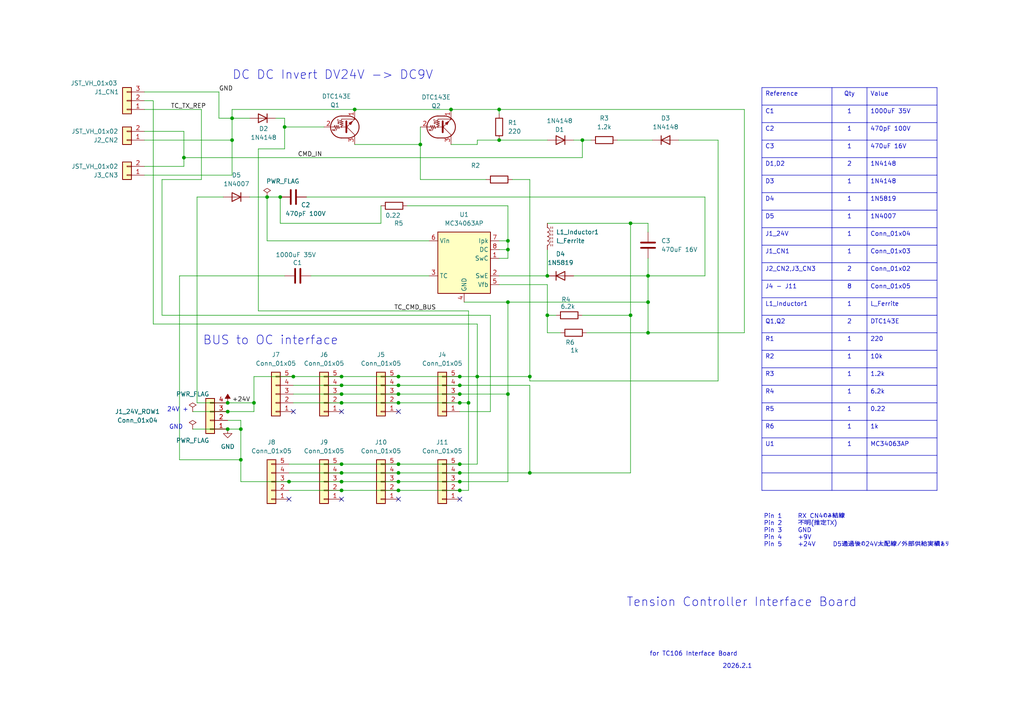
<source format=kicad_sch>
(kicad_sch (version 20250114) (generator "eeschema") (generator_version "9.0")
  (paper "A4")
  (lib_symbols
    (symbol "Connector_Generic:Conn_01x02" (pin_names (offset 1.016) (hide yes))
      (property "Reference" "J" (at 0 2.54 0))
      (property "Value" "Conn_01x02" (at 0 -5.08 0))
      (symbol "Conn_01x02_1_1"
        (rectangle (start -1.27 1.27) (end 1.27 -3.81) (stroke (width 0.254)) (fill (type background)))
        (rectangle (start -1.27 0.127) (end 0 -0.127) (stroke (width 0.1524)))
        (rectangle (start -1.27 -2.413) (end 0 -2.667) (stroke (width 0.1524)))
        (pin passive line (at -5.08 0 0) (length 3.81) (name "Pin_1") (number "1"))
        (pin passive line (at -5.08 -2.54 0) (length 3.81) (name "Pin_2") (number "2"))
      )
    )
    (symbol "Connector_Generic:Conn_01x03" (pin_names (offset 1.016) (hide yes))
      (property "Reference" "J" (at 0 5.08 0))
      (property "Value" "Conn_01x03" (at 0 -5.08 0))
      (symbol "Conn_01x03_1_1"
        (rectangle (start -1.27 3.81) (end 1.27 -3.81) (stroke (width 0.254)) (fill (type background)))
        (rectangle (start -1.27 2.667) (end 0 2.413) (stroke (width 0.1524)))
        (rectangle (start -1.27 0.127) (end 0 -0.127) (stroke (width 0.1524)))
        (rectangle (start -1.27 -2.413) (end 0 -2.667) (stroke (width 0.1524)))
        (pin passive line (at -5.08 2.54 0) (length 3.81) (name "Pin_1") (number "1"))
        (pin passive line (at -5.08 0 0) (length 3.81) (name "Pin_2") (number "2"))
        (pin passive line (at -5.08 -2.54 0) (length 3.81) (name "Pin_3") (number "3"))
      )
    )
    (symbol "Connector_Generic:Conn_01x04" (pin_names (offset 1.016) (hide yes))
      (property "Reference" "J" (at 0 5.08 0))
      (property "Value" "Conn_01x04" (at 0 -7.62 0))
      (symbol "Conn_01x04_1_1"
        (rectangle (start -1.27 3.81) (end 1.27 -6.35) (stroke (width 0.254)) (fill (type background)))
        (rectangle (start -1.27 2.667) (end 0 2.413) (stroke (width 0.1524)))
        (rectangle (start -1.27 0.127) (end 0 -0.127) (stroke (width 0.1524)))
        (rectangle (start -1.27 -2.413) (end 0 -2.667) (stroke (width 0.1524)))
        (rectangle (start -1.27 -4.953) (end 0 -5.207) (stroke (width 0.1524)))
        (pin passive line (at -5.08 2.54 0) (length 3.81) (name "Pin_1") (number "1"))
        (pin passive line (at -5.08 0 0) (length 3.81) (name "Pin_2") (number "2"))
        (pin passive line (at -5.08 -2.54 0) (length 3.81) (name "Pin_3") (number "3"))
        (pin passive line (at -5.08 -5.08 0) (length 3.81) (name "Pin_4") (number "4"))
      )
    )
    (symbol "Connector_Generic:Conn_01x05" (pin_names (offset 1.016) (hide yes))
      (property "Reference" "J" (at 0 7.62 0))
      (property "Value" "Conn_01x05" (at 0 -7.62 0))
      (symbol "Conn_01x05_1_1"
        (rectangle (start -1.27 6.35) (end 1.27 -6.35) (stroke (width 0.254)) (fill (type background)))
        (rectangle (start -1.27 5.207) (end 0 4.953) (stroke (width 0.1524)))
        (rectangle (start -1.27 2.667) (end 0 2.413) (stroke (width 0.1524)))
        (rectangle (start -1.27 0.127) (end 0 -0.127) (stroke (width 0.1524)))
        (rectangle (start -1.27 -2.413) (end 0 -2.667) (stroke (width 0.1524)))
        (rectangle (start -1.27 -4.953) (end 0 -5.207) (stroke (width 0.1524)))
        (pin passive line (at -5.08 5.08 0) (length 3.81) (name "Pin_1") (number "1"))
        (pin passive line (at -5.08 2.54 0) (length 3.81) (name "Pin_2") (number "2"))
        (pin passive line (at -5.08 0 0) (length 3.81) (name "Pin_3") (number "3"))
        (pin passive line (at -5.08 -2.54 0) (length 3.81) (name "Pin_4") (number "4"))
        (pin passive line (at -5.08 -5.08 0) (length 3.81) (name "Pin_5") (number "5"))
      )
    )
    (symbol "DTC143E_1" (pin_names (offset 0) (hide yes))
      (property "Reference" "Q1" (at -1.778 -6.35 0))
      (property "Value" "DTC143E" (at 1.524 -8.89 0))
      (symbol "DTC143E_1_0_0"
        (text "4k7" (at -3.302 0.889 0) (effects (font (size 0.508 0.508))))
        (text "4k7" (at -2.159 -1.524 900) (effects (font (size 0.508 0.508))))
      )
      (symbol "DTC143E_1_0_1"
        (polyline (pts (xy -3.429 0) (xy -3.81 0)))
        (polyline (pts (xy -1.27 3.175) (xy 0.635 3.175)) (stroke (width 0.254)))
        (circle (center -1.27 0) (radius 0.127))
        (polyline (pts (xy -1.27 0) (xy -1.27 -0.381) (xy -0.762 -0.508) (xy -1.778 -0.762) (xy -0.762 -1.016) (xy -1.778 -1.27) (xy -0.762 -1.524) (xy -1.778 -1.778) (xy -1.27 -1.905) (xy -1.27 -2.286) (xy 2.54 -2.286)))
        (polyline (pts (xy -1.27 -3.175) (xy 0.635 -3.175)) (stroke (width 0.254)))
        (arc (start -1.27 -3.175) (mid -4.4312 0) (end -1.27 3.175) (stroke (width 0.254)))
        (polyline (pts (xy 0 0) (xy -1.905 0) (xy -2.032 0.508) (xy -2.286 -0.508) (xy -2.54 0.508) (xy -2.794 -0.508) (xy -3.048 0.508) (xy -3.302 -0.508) (xy -3.429 0)))
        (polyline (pts (xy 0 -0.254) (xy 2.54 2.286)))
        (polyline (pts (xy 0.127 1.524) (xy 0.127 -1.651)) (stroke (width 0.508)) (fill (type outline)))
        (arc (start 0.635 3.175) (mid 3.7962 0) (end 0.635 -3.175) (stroke (width 0.254)))
        (polyline (pts (xy 0.889 -1.143) (xy 1.397 -0.635) (xy 1.905 -1.651) (xy 0.889 -1.143)) (fill (type outline)))
        (polyline (pts (xy 2.54 2.286) (xy 2.54 2.54)))
        (polyline (pts (xy 2.54 -2.286) (xy 0 0.254) (xy 0 0.254)))
        (circle (center 2.54 -2.286) (radius 0.127))
      )
      (symbol "DTC143E_1_1_1"
        (pin input line (at -6.35 0 0) (length 2.54) (name "B") (number "2"))
        (pin passive line (at 2.54 5.08 270) (length 2.54) (name "C") (number "3"))
        (pin passive line (at 2.54 -5.08 90) (length 2.54) (name "E") (number "1"))
      )
    )
    (symbol "Device:C" (pin_numbers (hide yes)) (pin_names (offset 0.254))
      (property "Reference" "C" (at 0.635 2.54 0))
      (property "Value" "C" (at 0.635 -2.54 0))
      (symbol "C_0_1"
        (polyline (pts (xy -2.032 0.762) (xy 2.032 0.762)) (stroke (width 0.508)))
        (polyline (pts (xy -2.032 -0.762) (xy 2.032 -0.762)) (stroke (width 0.508)))
      )
      (symbol "C_1_1"
        (pin passive line (at 0 3.81 270) (length 2.794) (name "~") (number "1"))
        (pin passive line (at 0 -3.81 90) (length 2.794) (name "~") (number "2"))
      )
    )
    (symbol "Device:D" (pin_numbers (hide yes)) (pin_names (offset 1.016) (hide yes))
      (property "Reference" "D" (at 0 2.54 0))
      (property "Value" "D" (at 0 -2.54 0))
      (symbol "D_0_1"
        (polyline (pts (xy -1.27 1.27) (xy -1.27 -1.27)) (stroke (width 0.254)))
        (polyline (pts (xy 1.27 1.27) (xy 1.27 -1.27) (xy -1.27 0) (xy 1.27 1.27)) (stroke (width 0.254)))
        (polyline (pts (xy 1.27 0) (xy -1.27 0)))
      )
      (symbol "D_1_1"
        (pin passive line (at -3.81 0 0) (length 2.54) (name "K") (number "1"))
        (pin passive line (at 3.81 0 180) (length 2.54) (name "A") (number "2"))
      )
    )
    (symbol "Device:L_Ferrite" (pin_numbers (hide yes)) (pin_names (offset 1.016) (hide yes))
      (property "Reference" "L" (at -1.27 0 90))
      (property "Value" "L_Ferrite" (at 2.794 0 90))
      (symbol "L_Ferrite_0_1"
        (arc (start 0 2.54) (mid 0.6323 1.905) (end 0 1.27))
        (arc (start 0 1.27) (mid 0.6323 0.635) (end 0 0))
        (arc (start 0 0) (mid 0.6323 -0.635) (end 0 -1.27))
        (arc (start 0 -1.27) (mid 0.6323 -1.905) (end 0 -2.54))
        (polyline (pts (xy 1.016 2.286) (xy 1.016 2.794)))
        (polyline (pts (xy 1.016 1.27) (xy 1.016 1.778)))
        (polyline (pts (xy 1.016 0.254) (xy 1.016 0.762)))
        (polyline (pts (xy 1.016 -0.762) (xy 1.016 -0.254)))
        (polyline (pts (xy 1.016 -1.778) (xy 1.016 -1.27)))
        (polyline (pts (xy 1.016 -2.794) (xy 1.016 -2.286)))
        (polyline (pts (xy 1.524 2.794) (xy 1.524 2.286)))
        (polyline (pts (xy 1.524 1.778) (xy 1.524 1.27)))
        (polyline (pts (xy 1.524 0.762) (xy 1.524 0.254)))
        (polyline (pts (xy 1.524 -0.254) (xy 1.524 -0.762)))
        (polyline (pts (xy 1.524 -1.27) (xy 1.524 -1.778)))
        (polyline (pts (xy 1.524 -2.286) (xy 1.524 -2.794)))
      )
      (symbol "L_Ferrite_1_1"
        (pin passive line (at 0 3.81 270) (length 1.27) (name "1") (number "1"))
        (pin passive line (at 0 -3.81 90) (length 1.27) (name "2") (number "2"))
      )
    )
    (symbol "Device:R" (pin_numbers (hide yes)) (pin_names (offset 0))
      (property "Reference" "R" (at 2.032 0 90))
      (property "Value" "R" (at 0 0 90))
      (symbol "R_0_1"
        (rectangle (start -1.016 -2.54) (end 1.016 2.54) (stroke (width 0.254)))
      )
      (symbol "R_1_1"
        (pin passive line (at 0 3.81 270) (length 1.27) (name "~") (number "1"))
        (pin passive line (at 0 -3.81 90) (length 1.27) (name "~") (number "2"))
      )
    )
    (symbol "Regulator_Switching:MC34063AP"
      (property "Reference" "U" (at -7.62 8.89 0))
      (property "Value" "MC34063AP" (at 0 8.89 0))
      (symbol "MC34063AP_0_1"
        (rectangle (start -7.62 7.62) (end 7.62 -10.16) (stroke (width 0.254)) (fill (type background)))
      )
      (symbol "MC34063AP_1_1"
        (pin power_in line (at -10.16 5.08 0) (length 2.54) (name "Vin") (number "6"))
        (pin passive line (at -10.16 -5.08 0) (length 2.54) (name "TC") (number "3"))
        (pin power_in line (at 0 -12.7 90) (length 2.54) (name "GND") (number "4"))
        (pin input line (at 10.16 5.08 180) (length 2.54) (name "Ipk") (number "7"))
        (pin open_collector line (at 10.16 2.54 180) (length 2.54) (name "DC") (number "8"))
        (pin open_collector line (at 10.16 0 180) (length 2.54) (name "SwC") (number "1"))
        (pin open_emitter line (at 10.16 -5.08 180) (length 2.54) (name "SwE") (number "2"))
        (pin input line (at 10.16 -7.62 180) (length 2.54) (name "Vfb") (number "5"))
      )
    )
    (symbol "Transistor_BJT:DTC143E" (pin_names (offset 0) (hide yes))
      (property "Reference" "Q2" (at -1.778 -6.096 0))
      (property "Value" "DTC143E" (at -1.778 -8.636 0))
      (symbol "DTC143E_0_0"
        (text "4k7" (at -3.302 0.889 0) (effects (font (size 0.508 0.508))))
        (text "4k7" (at -2.159 -1.524 900) (effects (font (size 0.508 0.508))))
      )
      (symbol "DTC143E_0_1"
        (polyline (pts (xy -3.429 0) (xy -3.81 0)))
        (polyline (pts (xy -1.27 3.175) (xy 0.635 3.175)) (stroke (width 0.254)))
        (circle (center -1.27 0) (radius 0.127))
        (polyline (pts (xy -1.27 0) (xy -1.27 -0.381) (xy -0.762 -0.508) (xy -1.778 -0.762) (xy -0.762 -1.016) (xy -1.778 -1.27) (xy -0.762 -1.524) (xy -1.778 -1.778) (xy -1.27 -1.905) (xy -1.27 -2.286) (xy 2.54 -2.286)))
        (polyline (pts (xy -1.27 -3.175) (xy 0.635 -3.175)) (stroke (width 0.254)))
        (arc (start -1.27 -3.175) (mid -4.4312 0) (end -1.27 3.175) (stroke (width 0.254)))
        (polyline (pts (xy 0 0) (xy -1.905 0) (xy -2.032 0.508) (xy -2.286 -0.508) (xy -2.54 0.508) (xy -2.794 -0.508) (xy -3.048 0.508) (xy -3.302 -0.508) (xy -3.429 0)))
        (polyline (pts (xy 0 -0.254) (xy 2.54 2.286)))
        (polyline (pts (xy 0.127 1.524) (xy 0.127 -1.651)) (stroke (width 0.508)) (fill (type outline)))
        (arc (start 0.635 3.175) (mid 3.7962 0) (end 0.635 -3.175) (stroke (width 0.254)))
        (polyline (pts (xy 0.889 -1.143) (xy 1.397 -0.635) (xy 1.905 -1.651) (xy 0.889 -1.143)) (fill (type outline)))
        (polyline (pts (xy 2.54 2.286) (xy 2.54 2.54)))
        (polyline (pts (xy 2.54 -2.286) (xy 0 0.254) (xy 0 0.254)))
        (circle (center 2.54 -2.286) (radius 0.127))
      )
      (symbol "DTC143E_1_1"
        (pin input line (at -6.35 0 0) (length 2.54) (name "B") (number "2"))
        (pin passive line (at 2.54 5.08 270) (length 2.54) (name "C") (number "3"))
        (pin passive line (at 2.54 -5.08 90) (length 2.54) (name "E") (number "1"))
      )
    )
    (symbol "power:-24V" (power) (pin_numbers (hide yes)) (pin_names (offset 0) (hide yes))
      (property "Value" "-24V" (at 0 3.556 0))
      (symbol "-24V_0_0"
        (pin power_in line (at 0 0 90) (length 0) (name "~") (number "1"))
      )
      (symbol "-24V_0_1"
        (polyline (pts (xy 0 0) (xy 0 1.27) (xy 0.762 1.27) (xy 0 2.54) (xy -0.762 1.27) (xy 0 1.27)) (fill (type outline)))
      )
    )
    (symbol "power:GND" (power) (pin_numbers (hide yes)) (pin_names (offset 0) (hide yes))
      (property "Value" "GND" (at 0 -3.81 0))
      (symbol "GND_0_1"
        (polyline (pts (xy 0 0) (xy 0 -1.27) (xy 1.27 -1.27) (xy 0 -2.54) (xy -1.27 -1.27) (xy 0 -1.27)))
      )
      (symbol "GND_1_1"
        (pin power_in line (at 0 0 270) (length 0) (name "~") (number "1"))
      )
    )
    (symbol "power:PWR_FLAG" (power) (pin_numbers (hide yes)) (pin_names (offset 0) (hide yes))
      (property "Value" "PWR_FLAG" (at 0 3.81 0))
      (symbol "PWR_FLAG_0_0"
        (pin power_out line (at 0 0 90) (length 0) (name "~") (number "1"))
      )
      (symbol "PWR_FLAG_0_1"
        (polyline (pts (xy 0 0) (xy 0 1.27) (xy -1.016 1.905) (xy 0 2.54) (xy 1.016 1.905) (xy 0 1.27)))
      )
    )
  )
  (text "Pin 1	RX CN4のみ結線\nPin 2	不明(推定TX)\nPin 3	GND\nPin 4	+9V	\nPin 5	+24V	D5通過後の24V太配線／外部供給実績あり" (at 221.488 153.924 0) (effects (font (size 1.27 1.27)) (justify left)))
  (text "24V +" (at 51.562 118.872 0) (effects (font (size 1.27 1.27))))
  (text "GND" (at 51.054 123.952 0) (effects (font (size 1.27 1.27))))
  (text "Tension Controller Interface Board" (at 215.138 174.752 0) (effects (font (size 2.54 2.54))))
  (text "for TC106 Interface Board" (at 201.168 189.738 0) (effects (font (size 1.27 1.27))))
  (text "BUS to OC interface" (at 78.486 98.806 0) (effects (font (size 2.54 2.54))))
  (text "DC DC Invert DV24V -> DC9V" (at 96.52 21.844 0) (effects (font (size 2.54 2.54))))
  (text "2026.2.1" (at 213.868 193.294 0) (effects (font (size 1.27 1.27))))
  (junction (at 153.67 109.22))
  (junction (at 130.81 31.75))
  (junction (at 115.57 116.84))
  (junction (at 99.06 114.3))
  (junction (at 53.34 45.72))
  (junction (at 158.75 91.44))
  (junction (at 144.78 40.64))
  (junction (at 115.57 109.22))
  (junction (at 115.57 111.76))
  (junction (at 77.47 57.15))
  (junction (at 147.32 87.63))
  (junction (at 147.32 72.39))
  (junction (at 115.57 142.24))
  (junction (at 147.32 114.3))
  (junction (at 133.35 111.76))
  (junction (at 85.09 109.22))
  (junction (at 135.89 116.84))
  (junction (at 133.35 142.24))
  (junction (at 115.57 139.7))
  (junction (at 99.06 109.22))
  (junction (at 182.88 91.44))
  (junction (at 99.06 111.76))
  (junction (at 187.96 87.63))
  (junction (at 99.06 137.16))
  (junction (at 115.57 134.62))
  (junction (at 158.75 80.01))
  (junction (at 81.28 57.15))
  (junction (at 153.67 137.16))
  (junction (at 133.35 114.3))
  (junction (at 67.31 34.29))
  (junction (at 69.85 124.46))
  (junction (at 138.43 109.22))
  (junction (at 144.78 31.75))
  (junction (at 121.92 41.91))
  (junction (at 115.57 114.3))
  (junction (at 133.35 116.84))
  (junction (at 82.55 36.83))
  (junction (at 133.35 109.22))
  (junction (at 102.87 31.75))
  (junction (at 187.96 80.01))
  (junction (at 187.96 96.52))
  (junction (at 147.32 69.85))
  (junction (at 168.91 40.64))
  (junction (at 66.04 119.38))
  (junction (at 67.31 40.64))
  (junction (at 66.04 116.84))
  (junction (at 133.35 139.7))
  (junction (at 69.85 133.35))
  (junction (at 115.57 137.16))
  (junction (at 182.88 64.77))
  (junction (at 66.04 124.46))
  (junction (at 99.06 142.24))
  (junction (at 99.06 116.84))
  (junction (at 99.06 134.62))
  (junction (at 133.35 137.16))
  (junction (at 83.82 139.7))
  (junction (at 99.06 139.7))
  (junction (at 133.35 134.62))
  (junction (at 73.66 116.84))
  (no_connect (at 83.82 144.78))
  (no_connect (at 133.35 144.78))
  (no_connect (at 115.57 119.38))
  (no_connect (at 85.09 119.38))
  (no_connect (at 99.06 144.78))
  (no_connect (at 99.06 119.38))
  (no_connect (at 115.57 144.78))
  (wire (pts (xy 144.78 33.02) (xy 144.78 31.75)))
  (wire (pts (xy 57.15 57.15) (xy 64.77 57.15)))
  (wire (pts (xy 66.04 116.84) (xy 57.15 116.84)))
  (wire (pts (xy 72.39 57.15) (xy 77.47 57.15)))
  (wire (pts (xy 208.28 110.49) (xy 153.67 110.49)))
  (wire (pts (xy 69.85 121.92) (xy 69.85 124.46)))
  (wire (pts (xy 85.09 109.22) (xy 99.06 109.22)))
  (wire (pts (xy 138.43 41.91) (xy 138.43 40.64)))
  (wire (pts (xy 67.31 34.29) (xy 67.31 40.64)))
  (wire (pts (xy 170.18 96.52) (xy 187.96 96.52)))
  (wire (pts (xy 144.78 72.39) (xy 147.32 72.39)))
  (wire (pts (xy 82.55 43.18) (xy 74.93 43.18)))
  (wire (pts (xy 135.89 142.24) (xy 133.35 142.24)))
  (wire (pts (xy 135.89 116.84) (xy 135.89 142.24)))
  (wire (pts (xy 41.91 50.8) (xy 67.31 50.8)))
  (wire (pts (xy 73.66 116.84) (xy 73.66 109.22)))
  (wire (pts (xy 99.06 109.22) (xy 115.57 109.22)))
  (wire (pts (xy 55.88 119.38) (xy 66.04 119.38)))
  (wire (pts (xy 158.75 64.77) (xy 182.88 64.77)))
  (wire (pts (xy 66.04 121.92) (xy 69.85 121.92)))
  (wire (pts (xy 115.57 109.22) (xy 133.35 109.22)))
  (wire (pts (xy 133.35 111.76) (xy 153.67 111.76)))
  (wire (pts (xy 138.43 109.22) (xy 138.43 134.62)))
  (wire (pts (xy 138.43 40.64) (xy 144.78 40.64)))
  (wire (pts (xy 115.57 139.7) (xy 133.35 139.7)))
  (wire (pts (xy 67.31 31.75) (xy 102.87 31.75)))
  (wire (pts (xy 147.32 139.7) (xy 133.35 139.7)))
  (wire (pts (xy 142.24 91.44) (xy 46.99 91.44)))
  (wire (pts (xy 134.62 87.63) (xy 147.32 87.63)))
  (wire (pts (xy 124.46 80.01) (xy 90.17 80.01)))
  (wire (pts (xy 187.96 80.01) (xy 187.96 87.63)))
  (wire (pts (xy 99.06 116.84) (xy 115.57 116.84)))
  (wire (pts (xy 99.06 139.7) (xy 115.57 139.7)))
  (wire (pts (xy 115.57 142.24) (xy 133.35 142.24)))
  (wire (pts (xy 144.78 82.55) (xy 158.75 82.55)))
  (wire (pts (xy 144.78 80.01) (xy 158.75 80.01)))
  (wire (pts (xy 148.59 52.07) (xy 153.67 52.07)))
  (wire (pts (xy 69.85 133.35) (xy 52.07 133.35)))
  (wire (pts (xy 41.91 40.64) (xy 67.31 40.64)))
  (wire (pts (xy 182.88 64.77) (xy 182.88 91.44)))
  (wire (pts (xy 144.78 74.93) (xy 147.32 74.93)))
  (wire (pts (xy 166.37 40.64) (xy 168.91 40.64)))
  (wire (pts (xy 133.35 137.16) (xy 153.67 137.16)))
  (wire (pts (xy 83.82 139.7) (xy 99.06 139.7)))
  (wire (pts (xy 115.57 114.3) (xy 133.35 114.3)))
  (wire (pts (xy 121.92 52.07) (xy 121.92 41.91)))
  (wire (pts (xy 102.87 41.91) (xy 121.92 41.91)))
  (wire (pts (xy 147.32 59.69) (xy 147.32 69.85)))
  (wire (pts (xy 41.91 48.26) (xy 53.34 48.26)))
  (wire (pts (xy 187.96 87.63) (xy 147.32 87.63)))
  (wire (pts (xy 80.01 34.29) (xy 82.55 34.29)))
  (wire (pts (xy 82.55 36.83) (xy 82.55 43.18)))
  (wire (pts (xy 147.32 69.85) (xy 147.32 72.39)))
  (wire (pts (xy 115.57 137.16) (xy 133.35 137.16)))
  (wire (pts (xy 85.09 111.76) (xy 99.06 111.76)))
  (wire (pts (xy 57.15 116.84) (xy 57.15 57.15)))
  (wire (pts (xy 52.07 80.01) (xy 52.07 133.35)))
  (wire (pts (xy 81.28 64.77) (xy 81.28 57.15)))
  (wire (pts (xy 63.5 34.29) (xy 63.5 26.67)))
  (wire (pts (xy 58.42 31.75) (xy 58.42 52.07)))
  (wire (pts (xy 187.96 80.01) (xy 204.47 80.01)))
  (wire (pts (xy 82.55 34.29) (xy 82.55 36.83)))
  (wire (pts (xy 144.78 40.64) (xy 158.75 40.64)))
  (wire (pts (xy 41.91 38.1) (xy 53.34 38.1)))
  (wire (pts (xy 135.89 116.84) (xy 133.35 116.84)))
  (wire (pts (xy 99.06 114.3) (xy 115.57 114.3)))
  (wire (pts (xy 158.75 91.44) (xy 161.29 91.44)))
  (wire (pts (xy 182.88 64.77) (xy 187.96 64.77)))
  (wire (pts (xy 102.87 31.75) (xy 130.81 31.75)))
  (wire (pts (xy 52.07 80.01) (xy 82.55 80.01)))
  (wire (pts (xy 138.43 93.98) (xy 138.43 109.22)))
  (wire (pts (xy 44.45 29.21) (xy 41.91 29.21)))
  (wire (pts (xy 63.5 34.29) (xy 67.31 34.29)))
  (wire (pts (xy 73.66 109.22) (xy 85.09 109.22)))
  (wire (pts (xy 110.49 64.77) (xy 81.28 64.77)))
  (wire (pts (xy 153.67 52.07) (xy 153.67 109.22)))
  (wire (pts (xy 147.32 72.39) (xy 147.32 74.93)))
  (wire (pts (xy 168.91 91.44) (xy 182.88 91.44)))
  (wire (pts (xy 121.92 41.91) (xy 121.92 36.83)))
  (wire (pts (xy 53.34 45.72) (xy 168.91 45.72)))
  (wire (pts (xy 153.67 111.76) (xy 153.67 137.16)))
  (wire (pts (xy 99.06 111.76) (xy 115.57 111.76)))
  (wire (pts (xy 153.67 109.22) (xy 138.43 109.22)))
  (wire (pts (xy 99.06 137.16) (xy 115.57 137.16)))
  (wire (pts (xy 55.88 124.46) (xy 66.04 124.46)))
  (wire (pts (xy 179.07 40.64) (xy 189.23 40.64)))
  (wire (pts (xy 83.82 139.7) (xy 69.85 139.7)))
  (wire (pts (xy 66.04 116.84) (xy 73.66 116.84)))
  (wire (pts (xy 153.67 137.16) (xy 182.88 137.16)))
  (wire (pts (xy 215.9 96.52) (xy 215.9 31.75)))
  (wire (pts (xy 66.04 124.46) (xy 69.85 124.46)))
  (wire (pts (xy 69.85 139.7) (xy 69.85 133.35)))
  (wire (pts (xy 182.88 137.16) (xy 182.88 91.44)))
  (wire (pts (xy 204.47 80.01) (xy 204.47 57.15)))
  (wire (pts (xy 140.97 52.07) (xy 121.92 52.07)))
  (wire (pts (xy 147.32 87.63) (xy 147.32 114.3)))
  (wire (pts (xy 158.75 82.55) (xy 158.75 91.44)))
  (wire (pts (xy 166.37 80.01) (xy 187.96 80.01)))
  (wire (pts (xy 66.04 119.38) (xy 73.66 119.38)))
  (wire (pts (xy 158.75 96.52) (xy 158.75 91.44)))
  (wire (pts (xy 83.82 137.16) (xy 99.06 137.16)))
  (wire (pts (xy 130.81 31.75) (xy 144.78 31.75)))
  (wire (pts (xy 99.06 134.62) (xy 115.57 134.62)))
  (wire (pts (xy 44.45 29.21) (xy 44.45 93.98)))
  (wire (pts (xy 187.96 96.52) (xy 215.9 96.52)))
  (wire (pts (xy 77.47 57.15) (xy 81.28 57.15)))
  (wire (pts (xy 208.28 40.64) (xy 196.85 40.64)))
  (wire (pts (xy 74.93 43.18) (xy 74.93 90.17)))
  (wire (pts (xy 69.85 124.46) (xy 69.85 133.35)))
  (wire (pts (xy 215.9 31.75) (xy 144.78 31.75)))
  (wire (pts (xy 82.55 36.83) (xy 93.98 36.83)))
  (wire (pts (xy 208.28 40.64) (xy 208.28 110.49)))
  (wire (pts (xy 115.57 134.62) (xy 133.35 134.62)))
  (wire (pts (xy 74.93 90.17) (xy 135.89 90.17)))
  (wire (pts (xy 130.81 41.91) (xy 138.43 41.91)))
  (wire (pts (xy 158.75 72.39) (xy 158.75 80.01)))
  (wire (pts (xy 73.66 119.38) (xy 73.66 116.84)))
  (wire (pts (xy 44.45 93.98) (xy 138.43 93.98)))
  (wire (pts (xy 83.82 142.24) (xy 99.06 142.24)))
  (wire (pts (xy 46.99 52.07) (xy 58.42 52.07)))
  (wire (pts (xy 67.31 34.29) (xy 72.39 34.29)))
  (wire (pts (xy 53.34 45.72) (xy 53.34 48.26)))
  (wire (pts (xy 77.47 57.15) (xy 77.47 69.85)))
  (wire (pts (xy 133.35 119.38) (xy 142.24 119.38)))
  (wire (pts (xy 85.09 114.3) (xy 99.06 114.3)))
  (wire (pts (xy 147.32 59.69) (xy 118.11 59.69)))
  (wire (pts (xy 115.57 111.76) (xy 133.35 111.76)))
  (wire (pts (xy 135.89 90.17) (xy 135.89 116.84)))
  (wire (pts (xy 83.82 134.62) (xy 99.06 134.62)))
  (wire (pts (xy 144.78 69.85) (xy 147.32 69.85)))
  (wire (pts (xy 142.24 119.38) (xy 142.24 91.44)))
  (wire (pts (xy 153.67 110.49) (xy 153.67 109.22)))
  (wire (pts (xy 85.09 116.84) (xy 99.06 116.84)))
  (wire (pts (xy 168.91 40.64) (xy 171.45 40.64)))
  (wire (pts (xy 77.47 69.85) (xy 124.46 69.85)))
  (wire (pts (xy 88.9 57.15) (xy 204.47 57.15)))
  (wire (pts (xy 115.57 116.84) (xy 133.35 116.84)))
  (wire (pts (xy 41.91 31.75) (xy 58.42 31.75)))
  (wire (pts (xy 53.34 38.1) (xy 53.34 45.72)))
  (wire (pts (xy 133.35 114.3) (xy 147.32 114.3)))
  (wire (pts (xy 133.35 134.62) (xy 138.43 134.62)))
  (wire (pts (xy 162.56 96.52) (xy 158.75 96.52)))
  (wire (pts (xy 63.5 26.67) (xy 41.91 26.67)))
  (wire (pts (xy 187.96 87.63) (xy 187.96 96.52)))
  (wire (pts (xy 67.31 31.75) (xy 67.31 34.29)))
  (wire (pts (xy 110.49 59.69) (xy 110.49 64.77)))
  (wire (pts (xy 67.31 50.8) (xy 67.31 40.64)))
  (wire (pts (xy 147.32 114.3) (xy 147.32 139.7)))
  (wire (pts (xy 168.91 40.64) (xy 168.91 45.72)))
  (wire (pts (xy 187.96 74.93) (xy 187.96 80.01)))
  (wire (pts (xy 99.06 142.24) (xy 115.57 142.24)))
  (wire (pts (xy 187.96 64.77) (xy 187.96 67.31)))
  (wire (pts (xy 46.99 91.44) (xy 46.99 52.07)))
  (wire (pts (xy 138.43 109.22) (xy 133.35 109.22)))
  (table (column_count 3) (border (external yes) (header yes)) (separators (rows yes) (cols yes)) (column_widths 20.32 10.16 20.32) (row_heights 5.08 5.08 5.08 5.08 5.08 5.08 5.08 5.08 5.08 5.08 5.08 5.08 5.08 5.08 5.08 5.08 5.08 5.08 5.08 5.08 5.08 5.08 5.08) (cells (table_cell "Reference" (at 220.98 25.4 0) (size 20.32 5.08) (margins 0.9525 0.9525 0.9525 0.9525) (span 1 1)) (table_cell "Qty" (at 241.3 25.4 0) (size 10.16 5.08) (margins 0.9525 0.9525 0.9525 0.9525) (span 1 1)) (table_cell "Value" (at 251.46 25.4 0) (size 20.32 5.08) (margins 0.9525 0.9525 0.9525 0.9525) (span 1 1)) (table_cell "C1" (at 220.98 30.48 0) (size 20.32 5.08) (margins 0.9525 0.9525 0.9525 0.9525) (span 1 1)) (table_cell "1" (at 241.3 30.48 0) (size 10.16 5.08) (margins 0.9525 0.9525 0.9525 0.9525) (span 1 1)) (table_cell "1000uF 35V" (at 251.46 30.48 0) (size 20.32 5.08) (margins 0.9525 0.9525 0.9525 0.9525) (span 1 1)) (table_cell "C2" (at 220.98 35.56 0) (size 20.32 5.08) (margins 0.9525 0.9525 0.9525 0.9525) (span 1 1)) (table_cell "1" (at 241.3 35.56 0) (size 10.16 5.08) (margins 0.9525 0.9525 0.9525 0.9525) (span 1 1)) (table_cell "470pF 100V" (at 251.46 35.56 0) (size 20.32 5.08) (margins 0.9525 0.9525 0.9525 0.9525) (span 1 1)) (table_cell "C3" (at 220.98 40.64 0) (size 20.32 5.08) (margins 0.9525 0.9525 0.9525 0.9525) (span 1 1)) (table_cell "1" (at 241.3 40.64 0) (size 10.16 5.08) (margins 0.9525 0.9525 0.9525 0.9525) (span 1 1)) (table_cell "470uF 16V" (at 251.46 40.64 0) (size 20.32 5.08) (margins 0.9525 0.9525 0.9525 0.9525) (span 1 1)) (table_cell "D1,D2" (at 220.98 45.72 0) (size 20.32 5.08) (margins 0.9525 0.9525 0.9525 0.9525) (span 1 1)) (table_cell "2" (at 241.3 45.72 0) (size 10.16 5.08) (margins 0.9525 0.9525 0.9525 0.9525) (span 1 1)) (table_cell "1N4148" (at 251.46 45.72 0) (size 20.32 5.08) (margins 0.9525 0.9525 0.9525 0.9525) (span 1 1)) (table_cell "D3" (at 220.98 50.8 0) (size 20.32 5.08) (margins 0.9525 0.9525 0.9525 0.9525) (span 1 1)) (table_cell "1" (at 241.3 50.8 0) (size 10.16 5.08) (margins 0.9525 0.9525 0.9525 0.9525) (span 1 1)) (table_cell "1N4148" (at 251.46 50.8 0) (size 20.32 5.08) (margins 0.9525 0.9525 0.9525 0.9525) (span 1 1)) (table_cell "D4" (at 220.98 55.88 0) (size 20.32 5.08) (margins 0.9525 0.9525 0.9525 0.9525) (span 1 1)) (table_cell "1" (at 241.3 55.88 0) (size 10.16 5.08) (margins 0.9525 0.9525 0.9525 0.9525) (span 1 1)) (table_cell "1N5819" (at 251.46 55.88 0) (size 20.32 5.08) (margins 0.9525 0.9525 0.9525 0.9525) (span 1 1)) (table_cell "D5" (at 220.98 60.96 0) (size 20.32 5.08) (margins 0.9525 0.9525 0.9525 0.9525) (span 1 1)) (table_cell "1" (at 241.3 60.96 0) (size 10.16 5.08) (margins 0.9525 0.9525 0.9525 0.9525) (span 1 1)) (table_cell "1N4007" (at 251.46 60.96 0) (size 20.32 5.08) (margins 0.9525 0.9525 0.9525 0.9525) (span 1 1)) (table_cell "J1_24V" (at 220.98 66.04 0) (size 20.32 5.08) (margins 0.9525 0.9525 0.9525 0.9525) (span 1 1)) (table_cell "1" (at 241.3 66.04 0) (size 10.16 5.08) (margins 0.9525 0.9525 0.9525 0.9525) (span 1 1)) (table_cell "Conn_01x04" (at 251.46 66.04 0) (size 20.32 5.08) (margins 0.9525 0.9525 0.9525 0.9525) (span 1 1)) (table_cell "J1_CN1" (at 220.98 71.12 0) (size 20.32 5.08) (margins 0.9525 0.9525 0.9525 0.9525) (span 1 1)) (table_cell "1" (at 241.3 71.12 0) (size 10.16 5.08) (margins 0.9525 0.9525 0.9525 0.9525) (span 1 1)) (table_cell "Conn_01x03" (at 251.46 71.12 0) (size 20.32 5.08) (margins 0.9525 0.9525 0.9525 0.9525) (span 1 1)) (table_cell "J2_CN2,J3_CN3" (at 220.98 76.2 0) (size 20.32 5.08) (margins 0.9525 0.9525 0.9525 0.9525) (span 1 1)) (table_cell "2" (at 241.3 76.2 0) (size 10.16 5.08) (margins 0.9525 0.9525 0.9525 0.9525) (span 1 1)) (table_cell "Conn_01x02" (at 251.46 76.2 0) (size 20.32 5.08) (margins 0.9525 0.9525 0.9525 0.9525) (span 1 1)) (table_cell "J4 - J11" (at 220.98 81.28 0) (size 20.32 5.08) (margins 0.9525 0.9525 0.9525 0.9525) (span 1 1)) (table_cell "8" (at 241.3 81.28 0) (size 10.16 5.08) (margins 0.9525 0.9525 0.9525 0.9525) (span 1 1)) (table_cell "Conn_01x05" (at 251.46 81.28 0) (size 20.32 5.08) (margins 0.9525 0.9525 0.9525 0.9525) (span 1 1)) (table_cell "L1_Inductor1" (at 220.98 86.36 0) (size 20.32 5.08) (margins 0.9525 0.9525 0.9525 0.9525) (span 1 1)) (table_cell "1" (at 241.3 86.36 0) (size 10.16 5.08) (margins 0.9525 0.9525 0.9525 0.9525) (span 1 1)) (table_cell "L_Ferrite" (at 251.46 86.36 0) (size 20.32 5.08) (margins 0.9525 0.9525 0.9525 0.9525) (span 1 1)) (table_cell "Q1,Q2" (at 220.98 91.44 0) (size 20.32 5.08) (margins 0.9525 0.9525 0.9525 0.9525) (span 1 1)) (table_cell "2" (at 241.3 91.44 0) (size 10.16 5.08) (margins 0.9525 0.9525 0.9525 0.9525) (span 1 1)) (table_cell "DTC143E" (at 251.46 91.44 0) (size 20.32 5.08) (margins 0.9525 0.9525 0.9525 0.9525) (span 1 1)) (table_cell "R1" (at 220.98 96.52 0) (size 20.32 5.08) (margins 0.9525 0.9525 0.9525 0.9525) (span 1 1)) (table_cell "1" (at 241.3 96.52 0) (size 10.16 5.08) (margins 0.9525 0.9525 0.9525 0.9525) (span 1 1)) (table_cell "220" (at 251.46 96.52 0) (size 20.32 5.08) (margins 0.9525 0.9525 0.9525 0.9525) (span 1 1)) (table_cell "R2" (at 220.98 101.6 0) (size 20.32 5.08) (margins 0.9525 0.9525 0.9525 0.9525) (span 1 1)) (table_cell "1" (at 241.3 101.6 0) (size 10.16 5.08) (margins 0.9525 0.9525 0.9525 0.9525) (span 1 1)) (table_cell "10k" (at 251.46 101.6 0) (size 20.32 5.08) (margins 0.9525 0.9525 0.9525 0.9525) (span 1 1)) (table_cell "R3" (at 220.98 106.68 0) (size 20.32 5.08) (margins 0.9525 0.9525 0.9525 0.9525) (span 1 1)) (table_cell "1" (at 241.3 106.68 0) (size 10.16 5.08) (margins 0.9525 0.9525 0.9525 0.9525) (span 1 1)) (table_cell "1.2k" (at 251.46 106.68 0) (size 20.32 5.08) (margins 0.9525 0.9525 0.9525 0.9525) (span 1 1)) (table_cell "R4" (at 220.98 111.76 0) (size 20.32 5.08) (margins 0.9525 0.9525 0.9525 0.9525) (span 1 1)) (table_cell "1" (at 241.3 111.76 0) (size 10.16 5.08) (margins 0.9525 0.9525 0.9525 0.9525) (span 1 1)) (table_cell "6.2k" (at 251.46 111.76 0) (size 20.32 5.08) (margins 0.9525 0.9525 0.9525 0.9525) (span 1 1)) (table_cell "R5" (at 220.98 116.84 0) (size 20.32 5.08) (margins 0.9525 0.9525 0.9525 0.9525) (span 1 1)) (table_cell "1" (at 241.3 116.84 0) (size 10.16 5.08) (margins 0.9525 0.9525 0.9525 0.9525) (span 1 1)) (table_cell "0.22" (at 251.46 116.84 0) (size 20.32 5.08) (margins 0.9525 0.9525 0.9525 0.9525) (span 1 1)) (table_cell "R6" (at 220.98 121.92 0) (size 20.32 5.08) (margins 0.9525 0.9525 0.9525 0.9525) (span 1 1)) (table_cell "1" (at 241.3 121.92 0) (size 10.16 5.08) (margins 0.9525 0.9525 0.9525 0.9525) (span 1 1)) (table_cell "1k" (at 251.46 121.92 0) (size 20.32 5.08) (margins 0.9525 0.9525 0.9525 0.9525) (span 1 1)) (table_cell "U1" (at 220.98 127 0) (size 20.32 5.08) (margins 0.9525 0.9525 0.9525 0.9525) (span 1 1)) (table_cell "1" (at 241.3 127 0) (size 10.16 5.08) (margins 0.9525 0.9525 0.9525 0.9525) (span 1 1)) (table_cell "MC34063AP" (at 251.46 127 0) (size 20.32 5.08) (margins 0.9525 0.9525 0.9525 0.9525) (span 1 1)) (table_cell "" (at 220.98 132.08 0) (size 20.32 5.08) (margins 0.9525 0.9525 0.9525 0.9525) (span 1 1)) (table_cell "" (at 241.3 132.08 0) (size 10.16 5.08) (margins 0.9525 0.9525 0.9525 0.9525) (span 1 1)) (table_cell "" (at 251.46 132.08 0) (size 20.32 5.08) (margins 0.9525 0.9525 0.9525 0.9525) (span 1 1)) (table_cell "" (at 220.98 137.16 0) (size 20.32 5.08) (margins 0.9525 0.9525 0.9525 0.9525) (span 1 1)) (table_cell "" (at 241.3 137.16 0) (size 10.16 5.08) (margins 0.9525 0.9525 0.9525 0.9525) (span 1 1)) (table_cell "" (at 251.46 137.16 0) (size 20.32 5.08) (margins 0.9525 0.9525 0.9525 0.9525) (span 1 1))))
  (label "GND" (at 63.5 26.67 0))
  (label "TC_CMD_BUS" (at 114.3 90.17 0))
  (label "CMD_IN" (at 86.36 45.72 0))
  (label "TC_TX_REP" (at 49.53 31.75 0))
  (label "+24V" (at 67.31 116.84 0))
  (symbol (lib_id "Device:R") (at 175.26 40.64 90) (unit 1)
    (property "Reference" "R3" (at 175.26 34.29 90))
    (property "Value" "1.2k" (at 175.26 36.83 90))
    (property "Footprint" "Resistor_THT:R_Axial_DIN0207_L6.3mm_D2.5mm_P15.24mm_Horizontal" (effects (hide yes)))
    (property "Description" "Resistor" (effects (hide yes)))
  )
  (symbol (lib_id "Device:R") (at 165.1 91.44 90) (unit 1)
    (property "Reference" "R4" (at 162.814 86.868 90) (effects (justify right)))
    (property "Value" "6.2k" (at 162.56 88.9 90) (effects (justify right)))
    (property "Footprint" "Resistor_THT:R_Axial_DIN0207_L6.3mm_D2.5mm_P7.62mm_Horizontal" (effects (hide yes)))
    (property "Description" "Resistor" (effects (hide yes)))
  )
  (symbol (lib_id "Regulator_Switching:MC34063AP") (at 134.62 74.93 0) (unit 1)
    (property "Reference" "U1" (at 134.62 62.23 0))
    (property "Value" "MC34063AP" (at 134.62 64.77 0))
    (property "Footprint" "Package_DIP:DIP-8_W7.62mm" (effects (hide yes)))
    (property "Datasheet" "http://www.onsemi.com/pub_link/Collateral/MC34063A-D.PDF" (effects (hide yes)))
    (property "Description" "1.5A, step-up/down/inverting switching regulator, 3-40V Vin, 100kHz, DIP-8" (effects (hide yes)))
  )
  (symbol (lib_id "Device:D") (at 68.58 57.15 180) (unit 1)
    (property "Reference" "D5" (at 68.58 50.8 0))
    (property "Value" "1N4007" (at 68.58 53.34 0))
    (property "Footprint" "Diode_THT:D_DO-41_SOD81_P7.62mm_Horizontal" (effects (hide yes)))
    (property "Description" "Diode" (effects (hide yes)))
    (property "Sim.Device" "D" (effects (hide yes)))
    (property "Sim.Pins" "1=K 2=A" (effects (hide yes)))
  )
  (symbol (lib_id "Connector_Generic:Conn_01x02") (at 36.83 50.8 180) (unit 1)
    (property "Reference" "J3_CN3" (at 34.29 50.8001 0) (effects (justify left)))
    (property "Value" "JST_VH_01x02" (at 34.29 48.2601 0) (effects (justify left)))
    (property "Footprint" "Connector_JST:JST_VH_B2P-VH-B_1x02_P3.96mm_Vertical" (effects (hide yes)))
    (property "Description" "Generic connector, single row, 01x02, script generated (kicad-library-utils/schlib/autogen/connector/)" (effects (hide yes)))
  )
  (symbol (lib_id "Transistor_BJT:DTC143E") (at 128.27 36.83 0) (mirror x) (unit 1)
    (property "Reference" "Q2" (at 126.492 30.734 0))
    (property "Value" "DTC143E" (at 126.492 28.194 0))
    (property "Footprint" "Package_TO_SOT_THT:TO-92_Inline" (effects (hide yes)))
    (property "Description" "Digital NPN Transistor, 4k7/4k7, SOT-23" (effects (hide yes)))
  )
  (symbol (lib_id "power:GND") (at 66.04 124.46 0) (unit 1)
    (property "Reference" "#PWR01" (effects (hide yes)))
    (property "Value" "GND" (at 66.04 129.54 0))
    (property "Description" "Power symbol creates a global label with name \"GND\" , ground" (effects (hide yes)))
  )
  (symbol (lib_id "Connector_Generic:Conn_01x05") (at 93.98 139.7 180) (unit 1)
    (property "Reference" "J9" (at 93.98 128.27 0))
    (property "Value" "Conn_01x05" (at 93.98 130.81 0))
    (property "Footprint" "Connector_JST:JST_VH_B5P-VH-B_1x05_P3.96mm_Vertical" (effects (hide yes)))
    (property "Description" "Generic connector, single row, 01x05, script generated (kicad-library-utils/schlib/autogen/connector/)" (effects (hide yes)))
  )
  (symbol (lib_id "Device:D") (at 76.2 34.29 180) (unit 1)
    (property "Reference" "D2" (at 76.454 37.338 0))
    (property "Value" "1N4148" (at 76.454 39.878 0))
    (property "Footprint" "Diode_THT:D_DO-41_SOD81_P7.62mm_Horizontal" (effects (hide yes)))
    (property "Description" "Diode" (effects (hide yes)))
    (property "Sim.Device" "D" (effects (hide yes)))
    (property "Sim.Pins" "1=K 2=A" (effects (hide yes)))
  )
  (symbol (lib_id "power:PWR_FLAG") (at 55.88 119.38 0) (unit 1)
    (property "Reference" "#FLG01" (effects (hide yes)))
    (property "Value" "PWR_FLAG" (at 55.88 114.3 0))
    (property "Description" "Special symbol for telling ERC where power comes from" (effects (hide yes)))
  )
  (symbol (lib_id "Connector_Generic:Conn_01x04") (at 60.96 121.92 180) (unit 1)
    (property "Reference" "J1_24V_ROW1" (at 39.878 119.38 0))
    (property "Value" "Conn_01x04" (at 39.878 121.92 0))
    (property "Footprint" "Connector_JST:JST_VH_B4P-VH-B_1x04_P3.96mm_Vertical" (effects (hide yes)))
    (property "Description" "Generic connector, single row, 01x04, script generated (kicad-library-utils/schlib/autogen/connector/)" (effects (hide yes)))
  )
  (symbol (lib_id "Connector_Generic:Conn_01x05") (at 78.74 139.7 180) (unit 1)
    (property "Reference" "J8" (at 78.74 128.27 0))
    (property "Value" "Conn_01x05" (at 78.74 130.81 0))
    (property "Footprint" "Connector_JST:JST_VH_B5P-VH-B_1x05_P3.96mm_Vertical" (effects (hide yes)))
    (property "Description" "Generic connector, single row, 01x05, script generated (kicad-library-utils/schlib/autogen/connector/)" (effects (hide yes)))
  )
  (symbol (lib_id "Device:C") (at 86.36 80.01 270) (unit 1)
    (property "Reference" "C1" (at 87.63 76.2 90) (effects (justify right)))
    (property "Value" "1000uF 35V" (at 91.694 73.914 90) (effects (justify right)))
    (property "Footprint" "Capacitor_THT:CP_Radial_D5.0mm_P2.50mm" (effects (hide yes)))
    (property "Description" "Unpolarized capacitor" (effects (hide yes)))
  )
  (symbol (lib_id "Device:R") (at 144.78 52.07 90) (unit 1)
    (property "Reference" "R2" (at 137.922 48.006 90))
    (property "Value" "10k" (effects (hide yes)))
    (property "Footprint" "Resistor_THT:R_Axial_DIN0207_L6.3mm_D2.5mm_P7.62mm_Horizontal" (effects (hide yes)))
    (property "Description" "Resistor" (effects (hide yes)))
  )
  (symbol (lib_id "Device:D") (at 162.56 40.64 180) (unit 1)
    (property "Reference" "D1" (at 162.306 37.592 0))
    (property "Value" "1N4148" (at 162.306 35.052 0))
    (property "Footprint" "Diode_THT:D_DO-35_SOD27_P7.62mm_Horizontal" (effects (hide yes)))
    (property "Description" "Diode" (effects (hide yes)))
    (property "Sim.Device" "D" (effects (hide yes)))
    (property "Sim.Pins" "1=K 2=A" (effects (hide yes)))
  )
  (symbol (lib_id "Connector_Generic:Conn_01x03") (at 36.83 29.21 180) (unit 1)
    (property "Reference" "J1_CN1" (at 34.544 26.67 0) (effects (justify left)))
    (property "Value" "JST_VH_01x03" (at 34.036 24.13 0) (effects (justify left)))
    (property "Footprint" "Connector_JST:JST_VH_B3P-VH-B_1x03_P3.96mm_Vertical" (effects (hide yes)))
    (property "Description" "Generic connector, single row, 01x03, script generated (kicad-library-utils/schlib/autogen/connector/)" (effects (hide yes)))
  )
  (symbol (lib_id "Connector_Generic:Conn_01x02") (at 36.83 40.64 180) (unit 1)
    (property "Reference" "J2_CN2" (at 34.29 40.6401 0) (effects (justify left)))
    (property "Value" "JST_VH_01x02" (at 34.29 38.1001 0) (effects (justify left)))
    (property "Footprint" "Connector_JST:JST_VH_B2P-VH-B_1x02_P3.96mm_Vertical" (effects (hide yes)))
    (property "Description" "Generic connector, single row, 01x02, script generated (kicad-library-utils/schlib/autogen/connector/)" (effects (hide yes)))
  )
  (symbol (lib_id "Device:C") (at 85.09 57.15 90) (unit 1)
    (property "Reference" "C2" (at 88.646 59.436 90))
    (property "Value" "470pF 100V" (at 88.646 61.976 90))
    (property "Footprint" "Capacitor_THT:CP_Radial_D5.0mm_P2.50mm" (effects (hide yes)))
    (property "Description" "Unpolarized capacitor" (effects (hide yes)))
  )
  (symbol (lib_id "Connector_Generic:Conn_01x05") (at 128.27 139.7 180) (unit 1)
    (property "Reference" "J11" (at 128.27 128.27 0))
    (property "Value" "Conn_01x05" (at 128.27 130.81 0))
    (property "Footprint" "Connector_JST:JST_VH_B5P-VH-B_1x05_P3.96mm_Vertical" (effects (hide yes)))
    (property "Description" "Generic connector, single row, 01x05, script generated (kicad-library-utils/schlib/autogen/connector/)" (effects (hide yes)))
  )
  (symbol (lib_id "Connector_Generic:Conn_01x05") (at 80.01 114.3 180) (unit 1)
    (property "Reference" "J7" (at 80.01 102.87 0))
    (property "Value" "Conn_01x05" (at 80.01 105.41 0))
    (property "Footprint" "Connector_JST:JST_VH_B5P-VH-B_1x05_P3.96mm_Vertical" (effects (hide yes)))
    (property "Description" "Generic connector, single row, 01x05, script generated (kicad-library-utils/schlib/autogen/connector/)" (effects (hide yes)))
  )
  (symbol (lib_id "Device:R") (at 144.78 36.83 180) (unit 1)
    (property "Reference" "R1" (at 147.32 35.5599 0) (effects (justify right)))
    (property "Value" "220" (at 147.32 38.0999 0) (effects (justify right)))
    (property "Footprint" "Resistor_THT:R_Axial_DIN0207_L6.3mm_D2.5mm_P7.62mm_Horizontal" (effects (hide yes)))
    (property "Description" "Resistor" (effects (hide yes)))
  )
  (symbol (lib_id "Device:R") (at 166.37 96.52 270) (unit 1)
    (property "Reference" "R6" (at 165.354 99.314 90))
    (property "Value" "1k" (at 166.624 101.6 90))
    (property "Footprint" "Resistor_THT:R_Axial_DIN0207_L6.3mm_D2.5mm_P7.62mm_Horizontal" (effects (hide yes)))
    (property "Description" "Resistor" (effects (hide yes)))
  )
  (symbol (lib_id "power:PWR_FLAG") (at 55.88 124.46 0) (unit 1)
    (property "Reference" "#FLG02" (effects (hide yes)))
    (property "Value" "PWR_FLAG" (at 55.88 127.762 0))
    (property "Description" "Special symbol for telling ERC where power comes from" (effects (hide yes)))
  )
  (symbol (lib_id "power:PWR_FLAG") (at 77.47 57.15 0) (unit 1)
    (property "Reference" "#FLG03" (effects (hide yes)))
    (property "Value" "PWR_FLAG" (at 82.042 52.578 0))
    (property "Description" "Special symbol for telling ERC where power comes from" (effects (hide yes)))
  )
  (symbol (lib_id "Connector_Generic:Conn_01x05") (at 128.27 114.3 180) (unit 1)
    (property "Reference" "J4" (at 128.27 102.87 0))
    (property "Value" "Conn_01x05" (at 128.27 105.41 0))
    (property "Footprint" "Connector_JST:JST_VH_B5P-VH-B_1x05_P3.96mm_Vertical" (effects (hide yes)))
    (property "Description" "Generic connector, single row, 01x05, script generated (kicad-library-utils/schlib/autogen/connector/)" (effects (hide yes)))
  )
  (symbol (lib_id "Device:L_Ferrite") (at 158.75 68.58 0) (unit 1)
    (property "Reference" "L1_Inductor1" (at 161.29 67.3099 0) (effects (justify left)))
    (property "Value" "L_Ferrite" (at 161.29 69.8499 0) (effects (justify left)))
    (property "Footprint" "Capacitor_THT:CP_Radial_D13.0mm_P7.50mm" (effects (hide yes)))
    (property "Description" "Inductor with ferrite core" (effects (hide yes)))
  )
  (symbol (lib_id "Device:C") (at 187.96 71.12 0) (unit 1)
    (property "Reference" "C3" (at 191.77 69.8499 0) (effects (justify left)))
    (property "Value" "470uF 16V" (at 191.77 72.3899 0) (effects (justify left)))
    (property "Footprint" "Capacitor_THT:CP_Radial_D5.0mm_P2.50mm" (effects (hide yes)))
    (property "Description" "Unpolarized capacitor" (effects (hide yes)))
  )
  (symbol (lib_id "Device:R") (at 114.3 59.69 90) (unit 1)
    (property "Reference" "R5" (at 114.3 64.77 90) (effects (justify right)))
    (property "Value" "0.22" (at 111.76 62.484 90) (effects (justify right)))
    (property "Footprint" "Resistor_THT:R_Axial_DIN0207_L6.3mm_D2.5mm_P10.16mm_Horizontal" (effects (hide yes)))
    (property "Description" "Resistor" (effects (hide yes)))
  )
  (symbol (lib_id "Device:D") (at 162.56 80.01 0) (unit 1)
    (property "Reference" "D4" (at 162.56 73.66 0))
    (property "Value" "1N5819" (at 162.56 76.2 0))
    (property "Footprint" "Diode_THT:D_DO-41_SOD81_P7.62mm_Horizontal" (effects (hide yes)))
    (property "Description" "Diode" (effects (hide yes)))
    (property "Sim.Device" "D" (effects (hide yes)))
    (property "Sim.Pins" "1=K 2=A" (effects (hide yes)))
  )
  (symbol (lib_id "Device:D") (at 193.04 40.64 0) (unit 1)
    (property "Reference" "D3" (at 193.04 34.29 0))
    (property "Value" "1N4148" (at 193.04 36.83 0))
    (property "Footprint" "Diode_THT:D_DO-35_SOD27_P10.16mm_Horizontal" (effects (hide yes)))
    (property "Description" "Diode" (effects (hide yes)))
    (property "Sim.Device" "D" (effects (hide yes)))
    (property "Sim.Pins" "1=K 2=A" (effects (hide yes)))
  )
  (symbol (lib_id "Connector_Generic:Conn_01x05") (at 93.98 114.3 180) (unit 1)
    (property "Reference" "J6" (at 93.98 102.87 0))
    (property "Value" "Conn_01x05" (at 93.98 105.41 0))
    (property "Footprint" "Connector_JST:JST_VH_B5P-VH-B_1x05_P3.96mm_Vertical" (effects (hide yes)))
    (property "Description" "Generic connector, single row, 01x05, script generated (kicad-library-utils/schlib/autogen/connector/)" (effects (hide yes)))
  )
  (symbol (lib_id "Connector_Generic:Conn_01x05") (at 110.49 139.7 180) (unit 1)
    (property "Reference" "J10" (at 110.49 128.27 0))
    (property "Value" "Conn_01x05" (at 110.49 130.81 0))
    (property "Footprint" "Connector_JST:JST_VH_B5P-VH-B_1x05_P3.96mm_Vertical" (effects (hide yes)))
    (property "Description" "Generic connector, single row, 01x05, script generated (kicad-library-utils/schlib/autogen/connector/)" (effects (hide yes)))
  )
  (symbol (lib_name "DTC143E_1") (lib_id "Transistor_BJT:DTC143E") (at 100.33 36.83 0) (mirror x) (unit 1)
    (property "Reference" "Q1" (at 98.552 30.48 0) (effects (justify right)))
    (property "Value" "DTC143E" (at 101.854 27.94 0) (effects (justify right)))
    (property "Footprint" "Package_TO_SOT_THT:TO-92_Inline" (effects (hide yes)))
    (property "Description" "Digital NPN Transistor, 4k7/4k7, SOT-23" (effects (hide yes)))
  )
  (symbol (lib_id "power:-24V") (at 66.04 116.84 0) (unit 1)
    (property "Reference" "#PWR02" (effects (hide yes)))
    (property "Value" "+24V" (effects (hide yes)))
    (property "Description" "Power symbol creates a global label with name \"+24V\"" (effects (hide yes)))
  )
  (symbol (lib_id "Connector_Generic:Conn_01x05") (at 110.49 114.3 180) (unit 1)
    (property "Reference" "J5" (at 110.49 102.87 0))
    (property "Value" "Conn_01x05" (at 110.49 105.41 0))
    (property "Footprint" "Connector_JST:JST_VH_B5P-VH-B_1x05_P3.96mm_Vertical" (effects (hide yes)))
    (property "Description" "Generic connector, single row, 01x05, script generated (kicad-library-utils/schlib/autogen/connector/)" (effects (hide yes)))
  )
)
</source>
